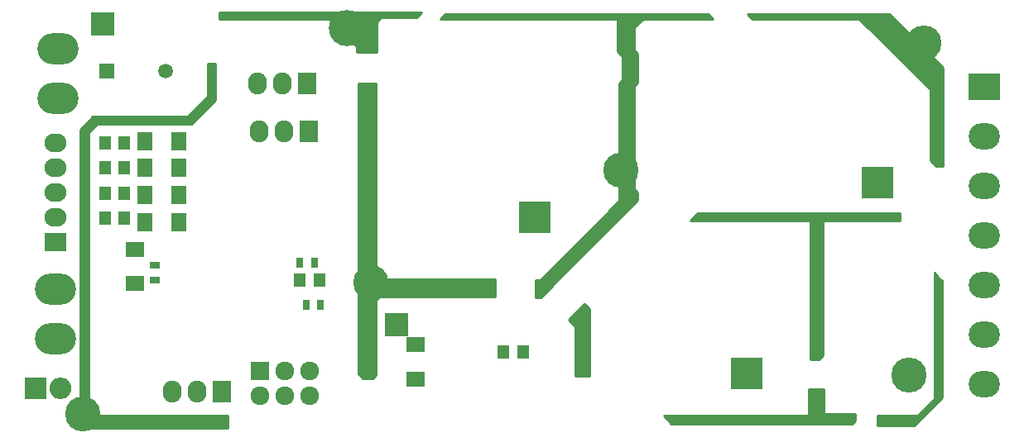
<source format=gbs>
G04 #@! TF.FileFunction,Soldermask,Bot*
%FSLAX46Y46*%
G04 Gerber Fmt 4.6, Leading zero omitted, Abs format (unit mm)*
G04 Created by KiCad (PCBNEW 0.201511171411+6319~30~ubuntu15.10.1-product) date Fr 04 Dez 2015 11:26:38 CET*
%MOMM*%
G01*
G04 APERTURE LIST*
%ADD10C,0.100000*%
%ADD11R,2.435200X2.435200*%
%ADD12C,3.600000*%
%ADD13C,3.700000*%
%ADD14R,3.200000X2.700000*%
%ADD15O,3.200000X2.700000*%
%ADD16R,1.500000X1.500000*%
%ADD17C,1.500000*%
%ADD18R,1.200000X1.450000*%
%ADD19O,4.200000X3.200000*%
%ADD20R,3.199740X3.199740*%
%ADD21R,2.232000X2.232000*%
%ADD22O,2.232000X2.232000*%
%ADD23R,2.232000X1.927200*%
%ADD24O,2.232000X1.927200*%
%ADD25R,1.927200X2.232000*%
%ADD26O,1.927200X2.232000*%
%ADD27R,1.100000X0.700000*%
%ADD28R,1.899260X1.500480*%
%ADD29R,1.500480X1.899260*%
%ADD30R,0.700000X1.100000*%
%ADD31R,1.927200X1.927200*%
%ADD32O,1.927200X1.927200*%
%ADD33C,0.254000*%
G04 APERTURE END LIST*
D10*
D11*
X131064000Y-39624000D03*
D12*
X158564000Y-66124000D03*
X129064000Y-79624000D03*
X184064000Y-54624000D03*
X215064000Y-41624000D03*
X213564000Y-75624000D03*
D13*
X156064000Y-40124000D03*
D14*
X221234000Y-46101000D03*
D15*
X221234000Y-51181000D03*
X221234000Y-56261000D03*
X221234000Y-61341000D03*
X221234000Y-66421000D03*
X221234000Y-71501000D03*
X221234000Y-76581000D03*
D16*
X131488000Y-44450000D03*
D17*
X137488000Y-44450000D03*
D18*
X174101000Y-73279000D03*
X172101000Y-73279000D03*
X133334000Y-51816000D03*
X131334000Y-51816000D03*
X133334000Y-54356000D03*
X131334000Y-54356000D03*
X133334000Y-57023000D03*
X131334000Y-57023000D03*
X133334000Y-59563000D03*
X131334000Y-59563000D03*
D19*
X126492000Y-47244000D03*
X126492000Y-42164000D03*
D20*
X210312000Y-55880000D03*
D21*
X124206000Y-76962000D03*
D22*
X126746000Y-76962000D03*
D23*
X126238000Y-61976000D03*
D24*
X126238000Y-59436000D03*
X126238000Y-56896000D03*
X126238000Y-54356000D03*
X126238000Y-51816000D03*
D11*
X161163000Y-70485000D03*
D25*
X152146000Y-50673000D03*
D26*
X149606000Y-50673000D03*
X147066000Y-50673000D03*
D25*
X152019000Y-45720000D03*
D26*
X149479000Y-45720000D03*
X146939000Y-45720000D03*
D19*
X126238000Y-71882000D03*
X126238000Y-66802000D03*
D25*
X143256000Y-77343000D03*
D26*
X140716000Y-77343000D03*
X138176000Y-77343000D03*
D27*
X136398000Y-64401000D03*
X136398000Y-65901000D03*
D28*
X134366000Y-66266060D03*
X134366000Y-62765940D03*
D29*
X135409940Y-51689000D03*
X138910060Y-51689000D03*
X135409940Y-54356000D03*
X138910060Y-54356000D03*
X135409940Y-57150000D03*
X138910060Y-57150000D03*
X135409940Y-59944000D03*
X138910060Y-59944000D03*
D18*
X151273000Y-65913000D03*
X153273000Y-65913000D03*
D28*
X163068000Y-76045060D03*
X163068000Y-72544940D03*
D20*
X175260000Y-59436000D03*
X196977000Y-75438000D03*
D30*
X151904000Y-68453000D03*
X153404000Y-68453000D03*
X152769000Y-64135000D03*
X151269000Y-64135000D03*
D31*
X147193000Y-75184000D03*
D32*
X147193000Y-77724000D03*
X149733000Y-75184000D03*
X149733000Y-77724000D03*
X152273000Y-75184000D03*
X152273000Y-77724000D03*
D33*
G36*
X163142394Y-38989000D02*
X159639000Y-38989000D01*
X159589590Y-38999006D01*
X159549197Y-39026197D01*
X159168197Y-39407197D01*
X159140334Y-39449211D01*
X159131000Y-39497000D01*
X159131000Y-42545000D01*
X157099000Y-42545000D01*
X157099000Y-42037000D01*
X157088994Y-41987590D01*
X157061803Y-41947197D01*
X154267803Y-39153197D01*
X154225789Y-39125334D01*
X154178000Y-39116000D01*
X143002000Y-39116000D01*
X143002000Y-38481000D01*
X163650394Y-38481000D01*
X163142394Y-38989000D01*
X163142394Y-38989000D01*
G37*
X163142394Y-38989000D02*
X159639000Y-38989000D01*
X159589590Y-38999006D01*
X159549197Y-39026197D01*
X159168197Y-39407197D01*
X159140334Y-39449211D01*
X159131000Y-39497000D01*
X159131000Y-42545000D01*
X157099000Y-42545000D01*
X157099000Y-42037000D01*
X157088994Y-41987590D01*
X157061803Y-41947197D01*
X154267803Y-39153197D01*
X154225789Y-39125334D01*
X154178000Y-39116000D01*
X143002000Y-39116000D01*
X143002000Y-38481000D01*
X163650394Y-38481000D01*
X163142394Y-38989000D01*
G36*
X159004000Y-65278000D02*
X159014006Y-65327410D01*
X159041197Y-65367803D01*
X159422197Y-65748803D01*
X159464211Y-65776666D01*
X159512000Y-65786000D01*
X171196000Y-65786000D01*
X171196000Y-67564000D01*
X159512000Y-67564000D01*
X159462590Y-67574006D01*
X159422197Y-67601197D01*
X159041197Y-67982197D01*
X159013334Y-68024211D01*
X159004000Y-68072000D01*
X159004000Y-75639394D01*
X158697394Y-75946000D01*
X157659606Y-75946000D01*
X157226000Y-75512394D01*
X157226000Y-45720000D01*
X159004000Y-45720000D01*
X159004000Y-65278000D01*
X159004000Y-65278000D01*
G37*
X159004000Y-65278000D02*
X159014006Y-65327410D01*
X159041197Y-65367803D01*
X159422197Y-65748803D01*
X159464211Y-65776666D01*
X159512000Y-65786000D01*
X171196000Y-65786000D01*
X171196000Y-67564000D01*
X159512000Y-67564000D01*
X159462590Y-67574006D01*
X159422197Y-67601197D01*
X159041197Y-67982197D01*
X159013334Y-68024211D01*
X159004000Y-68072000D01*
X159004000Y-75639394D01*
X158697394Y-75946000D01*
X157659606Y-75946000D01*
X157226000Y-75512394D01*
X157226000Y-45720000D01*
X159004000Y-45720000D01*
X159004000Y-65278000D01*
G36*
X193495394Y-39116000D02*
X186436000Y-39116000D01*
X186386590Y-39126006D01*
X186346197Y-39153197D01*
X185457197Y-40042197D01*
X185429334Y-40084211D01*
X185420000Y-40132000D01*
X185420000Y-42291000D01*
X185430006Y-42340410D01*
X185457197Y-42380803D01*
X185801000Y-42724606D01*
X185801000Y-45667394D01*
X185457197Y-46011197D01*
X185429334Y-46053211D01*
X185420000Y-46101000D01*
X185420000Y-56515000D01*
X185430006Y-56564410D01*
X185457197Y-56604803D01*
X185801000Y-56948606D01*
X185801000Y-57732394D01*
X175842394Y-67691000D01*
X175387000Y-67691000D01*
X175387000Y-65913000D01*
X175768000Y-65913000D01*
X175817410Y-65902994D01*
X175857803Y-65875803D01*
X183858803Y-57874803D01*
X183886666Y-57832789D01*
X183896000Y-57785000D01*
X183896000Y-45772606D01*
X184239803Y-45428803D01*
X184267666Y-45386789D01*
X184277000Y-45339000D01*
X184277000Y-43053000D01*
X184266994Y-43003590D01*
X184239803Y-42963197D01*
X183769000Y-42492394D01*
X183769000Y-39243000D01*
X183758994Y-39193590D01*
X183730553Y-39151965D01*
X183688159Y-39124685D01*
X183642000Y-39116000D01*
X165660606Y-39116000D01*
X166168606Y-38608000D01*
X192987394Y-38608000D01*
X193495394Y-39116000D01*
X193495394Y-39116000D01*
G37*
X193495394Y-39116000D02*
X186436000Y-39116000D01*
X186386590Y-39126006D01*
X186346197Y-39153197D01*
X185457197Y-40042197D01*
X185429334Y-40084211D01*
X185420000Y-40132000D01*
X185420000Y-42291000D01*
X185430006Y-42340410D01*
X185457197Y-42380803D01*
X185801000Y-42724606D01*
X185801000Y-45667394D01*
X185457197Y-46011197D01*
X185429334Y-46053211D01*
X185420000Y-46101000D01*
X185420000Y-56515000D01*
X185430006Y-56564410D01*
X185457197Y-56604803D01*
X185801000Y-56948606D01*
X185801000Y-57732394D01*
X175842394Y-67691000D01*
X175387000Y-67691000D01*
X175387000Y-65913000D01*
X175768000Y-65913000D01*
X175817410Y-65902994D01*
X175857803Y-65875803D01*
X183858803Y-57874803D01*
X183886666Y-57832789D01*
X183896000Y-57785000D01*
X183896000Y-45772606D01*
X184239803Y-45428803D01*
X184267666Y-45386789D01*
X184277000Y-45339000D01*
X184277000Y-43053000D01*
X184266994Y-43003590D01*
X184239803Y-42963197D01*
X183769000Y-42492394D01*
X183769000Y-39243000D01*
X183758994Y-39193590D01*
X183730553Y-39151965D01*
X183688159Y-39124685D01*
X183642000Y-39116000D01*
X165660606Y-39116000D01*
X166168606Y-38608000D01*
X192987394Y-38608000D01*
X193495394Y-39116000D01*
G36*
X212598000Y-59817000D02*
X204851000Y-59817000D01*
X204801590Y-59827006D01*
X204759965Y-59855447D01*
X204732685Y-59897841D01*
X204724000Y-59944000D01*
X204724000Y-73607394D01*
X204290394Y-74041000D01*
X203454000Y-74041000D01*
X203454000Y-59944000D01*
X203443994Y-59894590D01*
X203415553Y-59852965D01*
X203373159Y-59825685D01*
X203327000Y-59817000D01*
X191187606Y-59817000D01*
X191949606Y-59055000D01*
X212598000Y-59055000D01*
X212598000Y-59817000D01*
X212598000Y-59817000D01*
G37*
X212598000Y-59817000D02*
X204851000Y-59817000D01*
X204801590Y-59827006D01*
X204759965Y-59855447D01*
X204732685Y-59897841D01*
X204724000Y-59944000D01*
X204724000Y-73607394D01*
X204290394Y-74041000D01*
X203454000Y-74041000D01*
X203454000Y-59944000D01*
X203443994Y-59894590D01*
X203415553Y-59852965D01*
X203373159Y-59825685D01*
X203327000Y-59817000D01*
X191187606Y-59817000D01*
X191949606Y-59055000D01*
X212598000Y-59055000D01*
X212598000Y-59817000D01*
G36*
X204851000Y-79502000D02*
X204861006Y-79551410D01*
X204889447Y-79593035D01*
X204931841Y-79620315D01*
X204978000Y-79629000D01*
X208026000Y-79629000D01*
X208026000Y-80338394D01*
X207719394Y-80645000D01*
X189282606Y-80645000D01*
X188468000Y-79830394D01*
X188468000Y-79756000D01*
X203200000Y-79756000D01*
X203249410Y-79745994D01*
X203291035Y-79717553D01*
X203318315Y-79675159D01*
X203327000Y-79629000D01*
X203327000Y-77089000D01*
X204851000Y-77089000D01*
X204851000Y-79502000D01*
X204851000Y-79502000D01*
G37*
X204851000Y-79502000D02*
X204861006Y-79551410D01*
X204889447Y-79593035D01*
X204931841Y-79620315D01*
X204978000Y-79629000D01*
X208026000Y-79629000D01*
X208026000Y-80338394D01*
X207719394Y-80645000D01*
X189282606Y-80645000D01*
X188468000Y-79830394D01*
X188468000Y-79756000D01*
X203200000Y-79756000D01*
X203249410Y-79745994D01*
X203291035Y-79717553D01*
X203318315Y-79675159D01*
X203327000Y-79629000D01*
X203327000Y-77089000D01*
X204851000Y-77089000D01*
X204851000Y-79502000D01*
G36*
X217043000Y-44121606D02*
X217043000Y-54229000D01*
X216333606Y-54229000D01*
X215773000Y-53668394D01*
X215773000Y-46482000D01*
X215762994Y-46432590D01*
X215735803Y-46392197D01*
X208496803Y-39153197D01*
X208454789Y-39125334D01*
X208407000Y-39116000D01*
X197537606Y-39116000D01*
X197029606Y-38608000D01*
X211529394Y-38608000D01*
X217043000Y-44121606D01*
X217043000Y-44121606D01*
G37*
X217043000Y-44121606D02*
X217043000Y-54229000D01*
X216333606Y-54229000D01*
X215773000Y-53668394D01*
X215773000Y-46482000D01*
X215762994Y-46432590D01*
X215735803Y-46392197D01*
X208496803Y-39153197D01*
X208454789Y-39125334D01*
X208407000Y-39116000D01*
X197537606Y-39116000D01*
X197029606Y-38608000D01*
X211529394Y-38608000D01*
X217043000Y-44121606D01*
G36*
X216687400Y-65862200D02*
X216725051Y-65895725D01*
X216789000Y-65913000D01*
X216916000Y-65913000D01*
X216916000Y-77925394D01*
X214069394Y-80772000D01*
X210312000Y-80772000D01*
X210312000Y-79756000D01*
X214503000Y-79756000D01*
X214552410Y-79745994D01*
X214592803Y-79718803D01*
X216116803Y-78194803D01*
X216144666Y-78152789D01*
X216154000Y-78105000D01*
X216154000Y-65151000D01*
X216687400Y-65862200D01*
X216687400Y-65862200D01*
G37*
X216687400Y-65862200D02*
X216725051Y-65895725D01*
X216789000Y-65913000D01*
X216916000Y-65913000D01*
X216916000Y-77925394D01*
X214069394Y-80772000D01*
X210312000Y-80772000D01*
X210312000Y-79756000D01*
X214503000Y-79756000D01*
X214552410Y-79745994D01*
X214592803Y-79718803D01*
X216116803Y-78194803D01*
X216144666Y-78152789D01*
X216154000Y-78105000D01*
X216154000Y-65151000D01*
X216687400Y-65862200D01*
G36*
X142621000Y-47445394D02*
X140155394Y-49911000D01*
X130556000Y-49911000D01*
X130506590Y-49921006D01*
X130466197Y-49948197D01*
X129704197Y-50710197D01*
X129676334Y-50752211D01*
X129667000Y-50800000D01*
X129667000Y-79629000D01*
X129677006Y-79678410D01*
X129705447Y-79720035D01*
X129747841Y-79747315D01*
X129794000Y-79756000D01*
X143891000Y-79756000D01*
X143891000Y-81026000D01*
X128778000Y-81026000D01*
X128778000Y-50471606D01*
X130100606Y-49149000D01*
X139700000Y-49149000D01*
X139749410Y-49138994D01*
X139789803Y-49111803D01*
X141821803Y-47079803D01*
X141849666Y-47037789D01*
X141859000Y-46990000D01*
X141859000Y-43688000D01*
X142621000Y-43688000D01*
X142621000Y-47445394D01*
X142621000Y-47445394D01*
G37*
X142621000Y-47445394D02*
X140155394Y-49911000D01*
X130556000Y-49911000D01*
X130506590Y-49921006D01*
X130466197Y-49948197D01*
X129704197Y-50710197D01*
X129676334Y-50752211D01*
X129667000Y-50800000D01*
X129667000Y-79629000D01*
X129677006Y-79678410D01*
X129705447Y-79720035D01*
X129747841Y-79747315D01*
X129794000Y-79756000D01*
X143891000Y-79756000D01*
X143891000Y-81026000D01*
X128778000Y-81026000D01*
X128778000Y-50471606D01*
X130100606Y-49149000D01*
X139700000Y-49149000D01*
X139749410Y-49138994D01*
X139789803Y-49111803D01*
X141821803Y-47079803D01*
X141849666Y-47037789D01*
X141859000Y-46990000D01*
X141859000Y-43688000D01*
X142621000Y-43688000D01*
X142621000Y-47445394D01*
G36*
X180848000Y-68886606D02*
X180848000Y-75692000D01*
X179451000Y-75692000D01*
X179451000Y-70739000D01*
X179440994Y-70689590D01*
X179413803Y-70649197D01*
X178741606Y-69977000D01*
X180340000Y-68378606D01*
X180848000Y-68886606D01*
X180848000Y-68886606D01*
G37*
X180848000Y-68886606D02*
X180848000Y-75692000D01*
X179451000Y-75692000D01*
X179451000Y-70739000D01*
X179440994Y-70689590D01*
X179413803Y-70649197D01*
X178741606Y-69977000D01*
X180340000Y-68378606D01*
X180848000Y-68886606D01*
M02*

</source>
